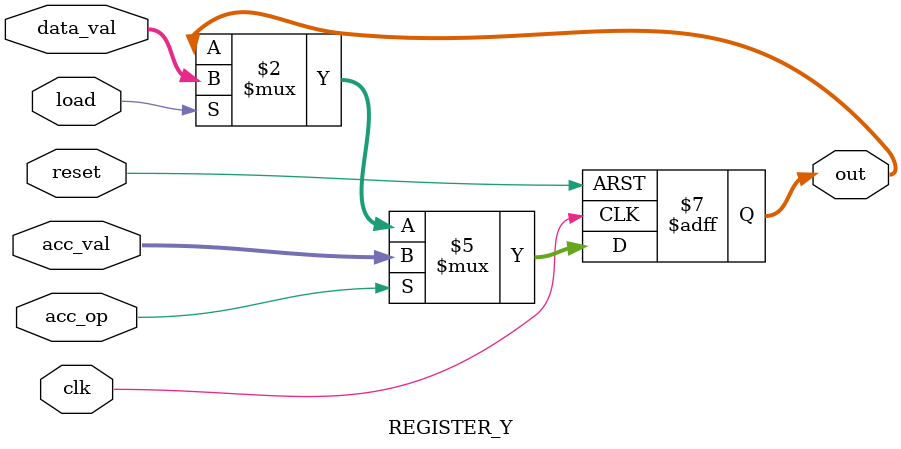
<source format=v>
module REGISTER_Y(
    input reset, clk, acc_op, load,
    input [15:0]acc_val,
    input [15:0]data_val,
    output reg [15:0]out
);

    always@(posedge reset, posedge clk)
    begin
        if(reset) out<=16'h0000;
        else 
        begin
            if(acc_op) out<=acc_val;
            else if(load) out<=data_val;
        end
    end

endmodule
</source>
